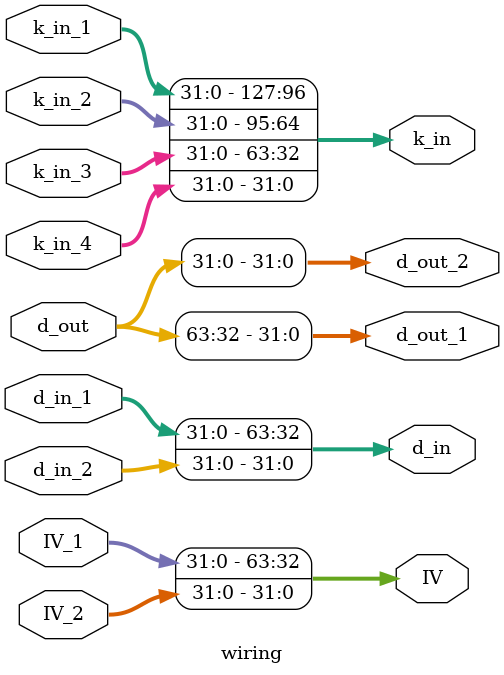
<source format=v>
/********************************************************************************************************
*********************************************************************************************************
Zynq-7000 based Implementation of the KHAZAD Block Cipher
Yossef Shitzer & Efraim Wasserman
Jerusalem College of Technology - Lev Academic Center (JCT)
Department of electrical and electronic engineering
2018
*********************************************************************************************************
*********************************************************************************************************
This module is merely an intermediate between the PS and the PL design.
It concatenates the four 32-bit key_in parts input into one 128-bit key for the PL,
the two 32-bit d_in parts input into one 64-bit d_in for the PL,
the two 32-bit IV parts input into one 64-bit IV for the PL,
and splits the 64-bit d_out output into two 32-bit d_out for the PS.
*********************************************************************************************************
*********************************************************************************************************
Version 2.0: ECB+CBC implementation
*********************************************************************************************************
*********************************************************************************************************/
module wiring
(
  input  [31:0]  k_in_1	,
  input  [31:0]  k_in_2	,
  input  [31:0]  k_in_3	,
  input  [31:0]  k_in_4	,
  input  [31:0]  d_in_1	,
  input  [31:0]  d_in_2	,
  input  [63:0]  d_out 	,
  input  [31:0]  IV_1	,
  input  [31:0]  IV_2	,
  output [127:0] k_in	,
  output [63:0]  d_in 	,
  output [31:0]  d_out_1,
  output [31:0]  d_out_2,
  output [63:0]  IV
);

assign k_in = {k_in_1, k_in_2, k_in_3, k_in_4};
assign d_in = {d_in_1, d_in_2};
assign IV = {IV_1, IV_2};
assign d_out_1 = d_out[63:32];
assign d_out_2 = d_out[31:0];

endmodule
</source>
